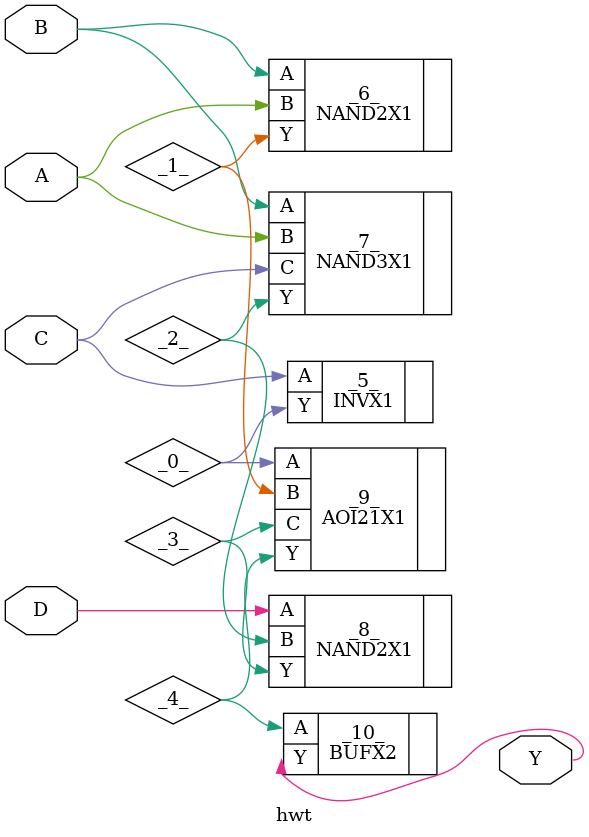
<source format=v>
/* Verilog module written by vlogFanout (qflow) */
/* With clock tree generation and fanout reduction */
/* and gate resizing */

module hwt(
    input A,
    input B,
    input C,
    input D,
    output Y
);

wire A ;
wire B ;
wire C ;
wire D ;
wire Y ;
wire _4_ ;
wire _1_ ;
wire _3_ ;
wire _0_ ;
wire _2_ ;

BUFX2 _10_ (
    .A(_4_),
    .Y(Y)
);

INVX1 _5_ (
    .A(C),
    .Y(_0_)
);

NAND2X1 _6_ (
    .A(B),
    .B(A),
    .Y(_1_)
);

NAND3X1 _7_ (
    .A(B),
    .B(A),
    .C(C),
    .Y(_2_)
);

NAND2X1 _8_ (
    .A(D),
    .B(_2_),
    .Y(_3_)
);

AOI21X1 _9_ (
    .A(_0_),
    .B(_1_),
    .C(_3_),
    .Y(_4_)
);

endmodule

</source>
